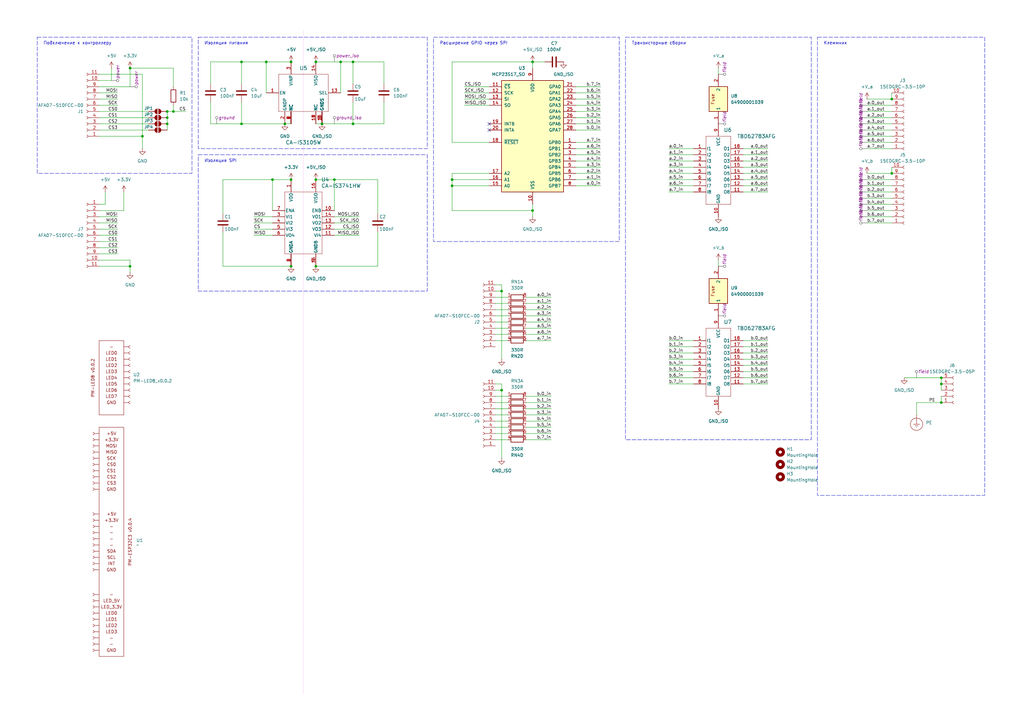
<source format=kicad_sch>
(kicad_sch (version 20231120) (generator "eeschema") (generator_version "8.0")
  (paper "A3")
  (title_block (title "${article} v${version}"))
  (junction (at 137.16 73.66))
  (junction (at 218.44 86.36))
  (junction (at 386.08 157.48))
  (junction (at 386.08 154.94))
  (junction (at 365.76 71.12))
  (junction (at 218.44 25.4))
  (junction (at 111.76 73.66))
  (junction (at 365.76 40.64))
  (junction (at 71.12 45.72))
  (junction (at 119.38 25.4))
  (junction (at 185.42 76.2))
  (junction (at 144.78 50.8))
  (junction (at 205.74 160.02))
  (junction (at 68.58 48.26))
  (junction (at 53.34 27.94))
  (junction (at 205.74 119.38))
  (junction (at 139.7 25.4))
  (junction (at 116.84 50.8))
  (junction (at 144.78 25.4))
  (junction (at 129.54 25.4))
  (junction (at 119.38 73.66))
  (junction (at 119.38 109.22))
  (junction (at 53.34 109.22))
  (junction (at 109.22 25.4))
  (junction (at 58.42 55.88))
  (junction (at 185.42 73.66))
  (junction (at 99.06 25.4))
  (junction (at 129.54 73.66))
  (junction (at 99.06 50.8))
  (junction (at 68.58 45.72))
  (junction (at 132.08 50.8))
  (junction (at 68.58 50.8))
  (junction (at 386.08 165.1))
  (junction (at 129.54 109.22))
  (no_connect (at 200.66 50.8))
  (no_connect (at 200.66 53.34))
  (wire (pts (xy 203.2 119.38) (xy 205.74 119.38)))
  (wire (pts (xy 40.64 91.44) (xy 48.26 91.44)))
  (wire (pts (xy 246.38 35.56) (xy 236.22 35.56)))
  (wire (pts (xy 246.38 38.1) (xy 236.22 38.1)))
  (wire (pts (xy 226.06 172.72) (xy 215.9 172.72)))
  (wire (pts (xy 86.36 34.29) (xy 86.36 25.4)))
  (wire (pts (xy 314.96 152.4) (xy 304.8 152.4)))
  (wire (pts (xy 355.6 86.36) (xy 365.76 86.36)))
  (wire (pts (xy 314.96 78.74) (xy 304.8 78.74)))
  (wire (pts (xy 208.28 167.64) (xy 203.2 167.64)))
  (wire (pts (xy 104.14 93.98) (xy 111.76 93.98)))
  (wire (pts (xy 40.64 38.1) (xy 48.26 38.1)))
  (wire (pts (xy 208.28 177.8) (xy 203.2 177.8)))
  (wire (pts (xy 246.38 45.72) (xy 236.22 45.72)))
  (wire (pts (xy 137.16 96.52) (xy 147.32 96.52)))
  (wire (pts (xy 208.28 180.34) (xy 203.2 180.34)))
  (wire (pts (xy 185.42 25.4) (xy 218.44 25.4)))
  (wire (pts (xy 386.08 154.94) (xy 386.08 157.48)))
  (wire (pts (xy 218.44 88.9) (xy 218.44 86.36)))
  (wire (pts (xy 246.38 66.04) (xy 236.22 66.04)))
  (wire (pts (xy 71.12 35.56) (xy 71.12 27.94)))
  (wire (pts (xy 226.06 127) (xy 215.9 127)))
  (wire (pts (xy 294.64 106.68) (xy 294.64 109.22)))
  (wire (pts (xy 40.64 106.68) (xy 53.34 106.68)))
  (wire (pts (xy 91.44 109.22) (xy 119.38 109.22)))
  (wire (pts (xy 104.14 91.44) (xy 111.76 91.44)))
  (wire (pts (xy 50.8 78.74) (xy 50.8 86.36)))
  (wire (pts (xy 111.76 73.66) (xy 111.76 86.36)))
  (wire (pts (xy 104.14 96.52) (xy 111.76 96.52)))
  (wire (pts (xy 137.16 91.44) (xy 147.32 91.44)))
  (wire (pts (xy 99.06 34.29) (xy 99.06 25.4)))
  (wire (pts (xy 246.38 71.12) (xy 236.22 71.12)))
  (wire (pts (xy 370.84 154.94) (xy 386.08 154.94)))
  (wire (pts (xy 71.12 43.18) (xy 71.12 45.72)))
  (wire (pts (xy 50.8 86.36) (xy 40.64 86.36)))
  (wire (pts (xy 119.38 73.66) (xy 111.76 73.66)))
  (wire (pts (xy 40.64 55.88) (xy 58.42 55.88)))
  (wire (pts (xy 274.32 152.4) (xy 284.48 152.4)))
  (wire (pts (xy 71.12 45.72) (xy 76.2 45.72)))
  (wire (pts (xy 104.14 88.9) (xy 111.76 88.9)))
  (wire (pts (xy 226.06 129.54) (xy 215.9 129.54)))
  (wire (pts (xy 208.28 165.1) (xy 203.2 165.1)))
  (wire (pts (xy 43.18 78.74) (xy 43.18 83.82)))
  (wire (pts (xy 355.6 78.74) (xy 365.76 78.74)))
  (wire (pts (xy 274.32 139.7) (xy 284.48 139.7)))
  (wire (pts (xy 53.34 111.76) (xy 53.34 109.22)))
  (wire (pts (xy 246.38 50.8) (xy 236.22 50.8)))
  (wire (pts (xy 185.42 73.66) (xy 185.42 76.2)))
  (wire (pts (xy 157.48 50.8) (xy 144.78 50.8)))
  (wire (pts (xy 68.58 48.26) (xy 68.58 50.8)))
  (wire (pts (xy 40.64 53.34) (xy 60.96 53.34)))
  (wire (pts (xy 226.06 180.34) (xy 215.9 180.34)))
  (wire (pts (xy 205.74 116.84) (xy 203.2 116.84)))
  (wire (pts (xy 208.28 170.18) (xy 203.2 170.18)))
  (wire (pts (xy 40.64 45.72) (xy 60.96 45.72)))
  (wire (pts (xy 274.32 78.74) (xy 284.48 78.74)))
  (wire (pts (xy 208.28 175.26) (xy 203.2 175.26)))
  (wire (pts (xy 226.06 165.1) (xy 215.9 165.1)))
  (wire (pts (xy 99.06 41.91) (xy 99.06 50.8)))
  (wire (pts (xy 218.44 25.4) (xy 223.52 25.4)))
  (wire (pts (xy 314.96 63.5) (xy 304.8 63.5)))
  (wire (pts (xy 109.22 25.4) (xy 119.38 25.4)))
  (wire (pts (xy 246.38 58.42) (xy 236.22 58.42)))
  (wire (pts (xy 314.96 157.48) (xy 304.8 157.48)))
  (wire (pts (xy 200.66 43.18) (xy 190.5 43.18)))
  (wire (pts (xy 139.7 38.1) (xy 139.7 25.4)))
  (wire (pts (xy 314.96 142.24) (xy 304.8 142.24)))
  (wire (pts (xy 86.36 50.8) (xy 99.06 50.8)))
  (wire (pts (xy 274.32 154.94) (xy 284.48 154.94)))
  (wire (pts (xy 200.66 58.42) (xy 185.42 58.42)))
  (wire (pts (xy 226.06 134.62) (xy 215.9 134.62)))
  (wire (pts (xy 246.38 53.34) (xy 236.22 53.34)))
  (wire (pts (xy 355.6 83.82) (xy 365.76 83.82)))
  (wire (pts (xy 91.44 95.25) (xy 91.44 109.22)))
  (wire (pts (xy 40.64 99.06) (xy 48.26 99.06)))
  (wire (pts (xy 365.76 68.58) (xy 365.76 71.12)))
  (wire (pts (xy 68.58 45.72) (xy 71.12 45.72)))
  (wire (pts (xy 314.96 154.94) (xy 304.8 154.94)))
  (wire (pts (xy 226.06 139.7) (xy 215.9 139.7)))
  (wire (pts (xy 116.84 50.8) (xy 119.38 50.8)))
  (wire (pts (xy 355.6 58.42) (xy 365.76 58.42)))
  (wire (pts (xy 205.74 116.84) (xy 205.74 119.38)))
  (wire (pts (xy 218.44 83.82) (xy 218.44 86.36)))
  (wire (pts (xy 144.78 25.4) (xy 139.7 25.4)))
  (wire (pts (xy 314.96 76.2) (xy 304.8 76.2)))
  (wire (pts (xy 355.6 55.88) (xy 365.76 55.88)))
  (wire (pts (xy 91.44 73.66) (xy 111.76 73.66)))
  (wire (pts (xy 246.38 40.64) (xy 236.22 40.64)))
  (wire (pts (xy 314.96 139.7) (xy 304.8 139.7)))
  (wire (pts (xy 274.32 66.04) (xy 284.48 66.04)))
  (wire (pts (xy 137.16 88.9) (xy 147.32 88.9)))
  (wire (pts (xy 246.38 43.18) (xy 236.22 43.18)))
  (wire (pts (xy 68.58 45.72) (xy 68.58 48.26)))
  (wire (pts (xy 68.58 50.8) (xy 68.58 53.34)))
  (wire (pts (xy 386.08 165.1) (xy 375.92 165.1)))
  (wire (pts (xy 185.42 73.66) (xy 200.66 73.66)))
  (wire (pts (xy 274.32 63.5) (xy 284.48 63.5)))
  (wire (pts (xy 43.18 83.82) (xy 40.64 83.82)))
  (wire (pts (xy 314.96 73.66) (xy 304.8 73.66)))
  (wire (pts (xy 154.94 109.22) (xy 129.54 109.22)))
  (wire (pts (xy 355.6 71.12) (xy 365.76 71.12)))
  (wire (pts (xy 274.32 68.58) (xy 284.48 68.58)))
  (wire (pts (xy 185.42 76.2) (xy 185.42 86.36)))
  (wire (pts (xy 53.34 27.94) (xy 53.34 35.56)))
  (wire (pts (xy 355.6 73.66) (xy 365.76 73.66)))
  (wire (pts (xy 246.38 63.5) (xy 236.22 63.5)))
  (wire (pts (xy 314.96 144.78) (xy 304.8 144.78)))
  (wire (pts (xy 355.6 45.72) (xy 365.76 45.72)))
  (wire (pts (xy 71.12 27.94) (xy 53.34 27.94)))
  (wire (pts (xy 203.2 157.48) (xy 205.74 157.48)))
  (wire (pts (xy 40.64 30.48) (xy 58.42 30.48)))
  (wire (pts (xy 40.64 50.8) (xy 60.96 50.8)))
  (wire (pts (xy 109.22 38.1) (xy 109.22 25.4)))
  (wire (pts (xy 185.42 71.12) (xy 185.42 73.66)))
  (wire (pts (xy 200.66 71.12) (xy 185.42 71.12)))
  (wire (pts (xy 226.06 162.56) (xy 215.9 162.56)))
  (wire (pts (xy 99.06 25.4) (xy 109.22 25.4)))
  (wire (pts (xy 355.6 76.2) (xy 365.76 76.2)))
  (wire (pts (xy 246.38 76.2) (xy 236.22 76.2)))
  (wire (pts (xy 314.96 149.86) (xy 304.8 149.86)))
  (wire (pts (xy 40.64 48.26) (xy 60.96 48.26)))
  (wire (pts (xy 154.94 95.25) (xy 154.94 109.22)))
  (wire (pts (xy 226.06 177.8) (xy 215.9 177.8)))
  (wire (pts (xy 200.66 35.56) (xy 190.5 35.56)))
  (wire (pts (xy 365.76 38.1) (xy 365.76 40.64)))
  (wire (pts (xy 386.08 157.48) (xy 386.08 160.02)))
  (wire (pts (xy 386.08 162.56) (xy 386.08 165.1)))
  (wire (pts (xy 208.28 137.16) (xy 203.2 137.16)))
  (wire (pts (xy 157.48 41.91) (xy 157.48 50.8)))
  (wire (pts (xy 137.16 73.66) (xy 129.54 73.66)))
  (wire (pts (xy 314.96 60.96) (xy 304.8 60.96)))
  (wire (pts (xy 226.06 124.46) (xy 215.9 124.46)))
  (wire (pts (xy 294.64 27.94) (xy 294.64 30.48)))
  (wire (pts (xy 40.64 109.22) (xy 53.34 109.22)))
  (wire (pts (xy 58.42 55.88) (xy 58.42 60.96)))
  (wire (pts (xy 226.06 175.26) (xy 215.9 175.26)))
  (wire (pts (xy 208.28 129.54) (xy 203.2 129.54)))
  (wire (pts (xy 208.28 139.7) (xy 203.2 139.7)))
  (wire (pts (xy 208.28 134.62) (xy 203.2 134.62)))
  (wire (pts (xy 40.64 88.9) (xy 48.26 88.9)))
  (wire (pts (xy 40.64 33.02) (xy 45.72 33.02)))
  (wire (pts (xy 144.78 34.29) (xy 144.78 25.4)))
  (wire (pts (xy 314.96 66.04) (xy 304.8 66.04)))
  (wire (pts (xy 137.16 86.36) (xy 137.16 73.66)))
  (wire (pts (xy 185.42 58.42) (xy 185.42 25.4)))
  (wire (pts (xy 205.74 119.38) (xy 205.74 147.32)))
  (wire (pts (xy 274.32 142.24) (xy 284.48 142.24)))
  (wire (pts (xy 208.28 127) (xy 203.2 127)))
  (wire (pts (xy 144.78 41.91) (xy 144.78 50.8)))
  (wire (pts (xy 246.38 60.96) (xy 236.22 60.96)))
  (wire (pts (xy 208.28 172.72) (xy 203.2 172.72)))
  (wire (pts (xy 274.32 60.96) (xy 284.48 60.96)))
  (wire (pts (xy 86.36 25.4) (xy 99.06 25.4)))
  (wire (pts (xy 226.06 170.18) (xy 215.9 170.18)))
  (wire (pts (xy 274.32 144.78) (xy 284.48 144.78)))
  (wire (pts (xy 314.96 71.12) (xy 304.8 71.12)))
  (wire (pts (xy 355.6 43.18) (xy 365.76 43.18)))
  (wire (pts (xy 314.96 68.58) (xy 304.8 68.58)))
  (wire (pts (xy 208.28 132.08) (xy 203.2 132.08)))
  (wire (pts (xy 246.38 48.26) (xy 236.22 48.26)))
  (wire (pts (xy 144.78 50.8) (xy 132.08 50.8)))
  (wire (pts (xy 203.2 160.02) (xy 205.74 160.02)))
  (wire (pts (xy 274.32 73.66) (xy 284.48 73.66)))
  (wire (pts (xy 99.06 50.8) (xy 116.84 50.8)))
  (polyline (pts (xy 124.46 12.7) (xy 124.46 284.48)) (stroke (width 0) (type dot) (color 194 0 194 0.69)))
  (wire (pts (xy 274.32 149.86) (xy 284.48 149.86)))
  (wire (pts (xy 274.32 76.2) (xy 284.48 76.2)))
  (wire (pts (xy 355.6 91.44) (xy 365.76 91.44)))
  (wire (pts (xy 154.94 87.63) (xy 154.94 73.66)))
  (wire (pts (xy 274.32 147.32) (xy 284.48 147.32)))
  (wire (pts (xy 226.06 167.64) (xy 215.9 167.64)))
  (wire (pts (xy 274.32 157.48) (xy 284.48 157.48)))
  (wire (pts (xy 185.42 76.2) (xy 200.66 76.2)))
  (wire (pts (xy 226.06 132.08) (xy 215.9 132.08)))
  (wire (pts (xy 355.6 53.34) (xy 365.76 53.34)))
  (wire (pts (xy 45.72 27.94) (xy 45.72 33.02)))
  (wire (pts (xy 355.6 88.9) (xy 365.76 88.9)))
  (wire (pts (xy 91.44 87.63) (xy 91.44 73.66)))
  (wire (pts (xy 355.6 50.8) (xy 365.76 50.8)))
  (wire (pts (xy 40.64 40.64) (xy 48.26 40.64)))
  (wire (pts (xy 226.06 121.92) (xy 215.9 121.92)))
  (wire (pts (xy 200.66 38.1) (xy 190.5 38.1)))
  (wire (pts (xy 205.74 157.48) (xy 205.74 160.02)))
  (wire (pts (xy 274.32 71.12) (xy 284.48 71.12)))
  (wire (pts (xy 208.28 121.92) (xy 203.2 121.92)))
  (wire (pts (xy 40.64 96.52) (xy 48.26 96.52)))
  (wire (pts (xy 139.7 25.4) (xy 129.54 25.4)))
  (wire (pts (xy 218.44 25.4) (xy 218.44 27.94)))
  (wire (pts (xy 154.94 73.66) (xy 137.16 73.66)))
  (wire (pts (xy 218.44 86.36) (xy 185.42 86.36)))
  (wire (pts (xy 86.36 41.91) (xy 86.36 50.8)))
  (wire (pts (xy 355.6 81.28) (xy 365.76 81.28)))
  (wire (pts (xy 40.64 104.14) (xy 48.26 104.14)))
  (wire (pts (xy 205.74 160.02) (xy 205.74 187.96)))
  (wire (pts (xy 226.06 137.16) (xy 215.9 137.16)))
  (wire (pts (xy 314.96 147.32) (xy 304.8 147.32)))
  (wire (pts (xy 40.64 93.98) (xy 48.26 93.98)))
  (wire (pts (xy 355.6 60.96) (xy 365.76 60.96)))
  (wire (pts (xy 40.64 101.6) (xy 48.26 101.6)))
  (wire (pts (xy 208.28 162.56) (xy 203.2 162.56)))
  (wire (pts (xy 203.2 124.46) (xy 208.28 124.46)))
  (wire (pts (xy 246.38 73.66) (xy 236.22 73.66)))
  (wire (pts (xy 129.54 50.8) (xy 132.08 50.8)))
  (wire (pts (xy 355.6 40.64) (xy 365.76 40.64)))
  (wire (pts (xy 137.16 93.98) (xy 147.32 93.98)))
  (wire (pts (xy 157.48 34.29) (xy 157.48 25.4)))
  (wire (pts (xy 246.38 68.58) (xy 236.22 68.58)))
  (wire (pts (xy 355.6 48.26) (xy 365.76 48.26)))
  (wire (pts (xy 40.64 35.56) (xy 53.34 35.56)))
  (wire (pts (xy 53.34 109.22) (xy 53.34 106.68)))
  (wire (pts (xy 157.48 25.4) (xy 144.78 25.4)))
  (wire (pts (xy 200.66 40.64) (xy 190.5 40.64)))
  (wire (pts (xy 40.64 43.18) (xy 48.26 43.18)))
  (wire (pts (xy 58.42 30.48) (xy 58.42 55.88)))
  (wire (pts (xy 375.92 165.1) (xy 375.92 170.18)))
  (rectangle (start 335.28 15.24) (end 403.86 203.2) (stroke (width 0) (type dash)))
  (rectangle (start 256.54 15.24) (end 332.74 180.34) (stroke (width 0) (type dash)))
  (rectangle (start 81.28 15.24) (end 175.26 60.96) (stroke (width 0) (type dash)))
  (rectangle (start 177.8 15.24) (end 254 99.06) (stroke (width 0) (type dash)))
  (rectangle (start 15.24 15.24) (end 78.74 71.12) (stroke (width 0) (type dash)))
  (rectangle (start 81.28 63.5) (end 175.26 119.38) (stroke (width 0) (type dash)))
  (text "Изоляция SPI" (at 83.82 66.04 0) (effects (font (size 1.27 1.27)) (justify left)))
  (text "Расширение GPIO через SPI" (at 180.34 17.78 0) (effects (font (size 1.27 1.27)) (justify left)))
  (text "Подключение к контроллеру" (at 17.78 17.78 0) (effects (font (size 1.27 1.27)) (justify left)))
  (text "Транзисторные сборки" (at 259.08 17.78 0) (effects (font (size 1.27 1.27)) (justify left)))
  (text "Клеммник" (at 337.82 17.78 0) (effects (font (size 1.27 1.27)) (justify left)))
  (text "Изоляция питания" (at 83.82 17.78 0) (effects (font (size 1.27 1.27)) (justify left)))
  (label "b.6_out" (at 355.6 88.9 0))
  (label "a.0_out" (at 314.96 60.96 180))
  (label "CS3" (at 48.26 104.14 180))
  (label "b.6_out" (at 314.96 154.94 180))
  (label "SCK" (at 48.26 93.98 180))
  (label "b.4_out" (at 355.6 83.82 0))
  (label "a.5_out" (at 314.96 73.66 180))
  (label "MOSI_ISO" (at 147.32 88.9 180))
  (label "a.7_out" (at 314.96 78.74 180))
  (label "CS1" (at 48.26 99.06 180))
  (label "b.0_in" (at 274.32 139.7 0))
  (label "MISO_ISO" (at 147.32 96.52 180))
  (label "a.1_in" (at 226.06 124.46 180))
  (label "b.4_in" (at 274.32 149.86 0))
  (label "b.1_in" (at 274.32 142.24 0))
  (label "a.4_in" (at 246.38 66.04 180))
  (label "MOSI" (at 48.26 38.1 180))
  (label "CS" (at 76.2 45.72 180))
  (label "b.6_in" (at 246.38 38.1 180))
  (label "a.4_in" (at 274.32 71.12 0))
  (label "b.3_out" (at 314.96 147.32 180))
  (label "a.7_in" (at 274.32 78.74 0))
  (label "a.2_out" (at 355.6 48.26 0))
  (label "a.6_out" (at 355.6 58.42 0))
  (label "a.7_in" (at 246.38 58.42 180))
  (label "a.4_out" (at 314.96 71.12 180))
  (label "b.6_in" (at 226.06 177.8 180))
  (label "b.3_in" (at 226.06 170.18 180))
  (label "b.7_out" (at 314.96 157.48 180))
  (label "a.3_in" (at 274.32 68.58 0))
  (label "MOSI" (at 104.14 88.9 0))
  (label "b.0_out" (at 355.6 73.66 0))
  (label "a.5_out" (at 355.6 55.88 0))
  (label "b.4_in" (at 246.38 43.18 180))
  (label "a.0_in" (at 246.38 76.2 180))
  (label "b.4_out" (at 314.96 149.86 180))
  (label "PE" (at 381 165.1 0))
  (label "CS3" (at 48.26 53.34 180))
  (label "b.4_in" (at 226.06 172.72 180))
  (label "b.3_in" (at 246.38 45.72 180))
  (label "a.2_in" (at 246.38 71.12 180))
  (label "b.2_out" (at 355.6 78.74 0))
  (label "SCK_ISO" (at 147.32 91.44 180))
  (label "MISO" (at 48.26 40.64 180))
  (label "CS2" (at 48.26 50.8 180))
  (label "b.0_in" (at 246.38 53.34 180))
  (label "a.0_out" (at 355.6 43.18 0))
  (label "b.1_in" (at 246.38 50.8 180))
  (label "a.6_in" (at 274.32 76.2 0))
  (label "a.2_in" (at 226.06 127 180))
  (label "a.3_in" (at 226.06 129.54 180))
  (label "a.1_in" (at 274.32 63.5 0))
  (label "a.6_in" (at 226.06 137.16 180))
  (label "a.2_out" (at 314.96 66.04 180))
  (label "CS" (at 104.14 93.98 0))
  (label "CS2" (at 48.26 101.6 180))
  (label "a.5_in" (at 274.32 73.66 0))
  (label "MOSI" (at 48.26 88.9 180))
  (label "b.0_in" (at 226.06 162.56 180))
  (label "a.3_out" (at 314.96 68.58 180))
  (label "a.5_in" (at 226.06 134.62 180))
  (label "CS0" (at 48.26 45.72 180))
  (label "a.0_in" (at 274.32 60.96 0))
  (label "MOSI_ISO" (at 190.5 40.64 0))
  (label "b.5_out" (at 314.96 152.4 180))
  (label "b.7_in" (at 274.32 157.48 0))
  (label "b.1_out" (at 355.6 76.2 0))
  (label "b.5_in" (at 274.32 152.4 0))
  (label "b.5_in" (at 226.06 175.26 180))
  (label "b.1_in" (at 226.06 165.1 180))
  (label "a.1_out" (at 314.96 63.5 180))
  (label "a.1_in" (at 246.38 73.66 180))
  (label "b.7_out" (at 355.6 91.44 0))
  (label "CS0" (at 48.26 96.52 180))
  (label "a.7_out" (at 355.6 60.96 0))
  (label "a.6_out" (at 314.96 76.2 180))
  (label "MISO" (at 104.14 96.52 0))
  (label "a.3_in" (at 246.38 68.58 180))
  (label "a.1_out" (at 355.6 45.72 0))
  (label "b.1_out" (at 314.96 142.24 180))
  (label "CS1" (at 48.26 48.26 180))
  (label "b.3_in" (at 274.32 147.32 0))
  (label "b.5_in" (at 246.38 40.64 180))
  (label "b.7_in" (at 246.38 35.56 180))
  (label "CS_ISO" (at 190.5 35.56 0))
  (label "b.6_in" (at 274.32 154.94 0))
  (label "b.2_in" (at 226.06 167.64 180))
  (label "b.2_out" (at 314.96 144.78 180))
  (label "SCK" (at 104.14 91.44 0))
  (label "CS_ISO" (at 147.32 93.98 180))
  (label "a.2_in" (at 274.32 66.04 0))
  (label "a.7_in" (at 226.06 139.7 180))
  (label "a.0_in" (at 226.06 121.92 180))
  (label "a.3_out" (at 355.6 50.8 0))
  (label "b.0_out" (at 314.96 139.7 180))
  (label "a.4_in" (at 226.06 132.08 180))
  (label "SCK_ISO" (at 190.5 38.1 0))
  (label "SCK" (at 48.26 43.18 180))
  (label "b.5_out" (at 355.6 86.36 0))
  (label "a.5_in" (at 246.38 63.5 180))
  (label "b.2_in" (at 274.32 144.78 0))
  (label "b.2_in" (at 246.38 48.26 180))
  (label "a.6_in" (at 246.38 60.96 180))
  (label "b.7_in" (at 226.06 180.34 180))
  (label "MISO" (at 48.26 91.44 180))
  (label "a.4_out" (at 355.6 53.34 0))
  (label "MISO_ISO" (at 190.5 43.18 0))
  (label "b.3_out" (at 355.6 81.28 0))
  (netclass_flag "" (length 2.54) (shape round) (at 294.64 30.48 270) (property "Netclass" "field" (at 297.18 29.7815 90) (effects (font (italic yes)) (justify left))))
  (netclass_flag "" (length 2.54) (shape round) (at 137.16 25.4 0) (property "Netclass" "power_iso" (at 137.8585 22.86 0) (effects (font (italic yes)) (justify left))))
  (netclass_flag "" (length 2.54) (shape round) (at 355.6 45.72 90) (property "Netclass" "field" (at 353.06 45.0215 90) (effects (font (italic yes)) (justify left))))
  (netclass_flag "" (length 2.54) (shape round) (at 294.64 50.8 270) (property "Netclass" "field" (at 297.18 50.1015 90) (effects (font (italic yes)) (justify left))))
  (netclass_flag "" (length 2.54) (shape round) (at 355.6 43.18 90) (property "Netclass" "field" (at 353.06 42.4815 90) (effects (font (italic yes)) (justify left))))
  (netclass_flag "" (length 2.54) (shape round) (at 355.6 91.44 90) (property "Netclass" "field" (at 353.06 90.7415 90) (effects (font (italic yes)) (justify left))))
  (netclass_flag "" (length 2.54) (shape round) (at 137.16 50.8 0) (property "Netclass" "ground_iso" (at 137.8585 48.26 0) (effects (font (italic yes)) (justify left))))
  (netclass_flag "" (length 2.54) (shape round) (at 355.6 73.66 90) (property "Netclass" "field" (at 353.06 72.9615 90) (effects (font (italic yes)) (justify left))))
  (netclass_flag "" (length 2.54) (shape round) (at 355.6 60.96 90) (property "Netclass" "field" (at 353.06 60.2615 90) (effects (font (italic yes)) (justify left))))
  (netclass_flag "" (length 2.54) (shape round) (at 355.6 83.82 90) (property "Netclass" "field" (at 353.06 83.1215 90) (effects (font (italic yes)) (justify left))))
  (netclass_flag "" (length 2.54) (shape round) (at 53.34 35.56 270) (property "Netclass" "power" (at 55.88 34.8615 90) (effects (font (italic yes)) (justify left))))
  (netclass_flag "" (length 2.54) (shape round) (at 355.6 48.26 90) (property "Netclass" "field" (at 353.06 47.5615 90) (effects (font (italic yes)) (justify left))))
  (netclass_flag "" (length 2.54) (shape round) (at 355.6 81.28 90) (property "Netclass" "field" (at 353.06 80.5815 90) (effects (font (italic yes)) (justify left))))
  (netclass_flag "" (length 2.54) (shape round) (at 88.9 50.8 0) (property "Netclass" "ground" (at 89.5985 48.26 0) (effects (font (italic yes)) (justify left))))
  (netclass_flag "" (length 2.54) (shape round) (at 294.64 109.22 270) (property "Netclass" "field" (at 297.18 108.5215 90) (effects (font (italic yes)) (justify left))))
  (netclass_flag "" (length 2.54) (shape round) (at 45.72 33.02 270) (property "Netclass" "power" (at 48.26 32.3215 90) (effects (font (italic yes)) (justify left))))
  (netclass_flag "" (length 2.54) (shape round) (at 375.92 154.94 0) (property "Netclass" "field" (at 376.6185 152.4 0) (effects (font (italic yes)) (justify left))))
  (netclass_flag "" (length 2.54) (shape round) (at 355.6 88.9 90) (property "Netclass" "field" (at 353.06 88.2015 90) (effects (font (italic yes)) (justify left))))
  (netclass_flag "" (length 2.54) (shape round) (at 355.6 86.36 90) (property "Netclass" "field" (at 353.06 85.6615 90) (effects (font (italic yes)) (justify left))))
  (netclass_flag "" (length 2.54) (shape round) (at 355.6 76.2 90) (property "Netclass" "field" (at 353.06 75.5015 90) (effects (font (italic yes)) (justify left))))
  (netclass_flag "" (length 2.54) (shape round) (at 355.6 78.74 90) (property "Netclass" "field" (at 353.06 78.0415 90) (effects (font (italic yes)) (justify left))))
  (netclass_flag "" (length 2.54) (shape round) (at 294.64 129.54 270) (property "Netclass" "field" (at 297.18 128.8415 90) (effects (font (italic yes)) (justify left))))
  (netclass_flag "" (length 2.54) (shape round) (at 355.6 53.34 90) (property "Netclass" "field" (at 353.06 52.6415 90) (effects (font (italic yes)) (justify left))))
  (netclass_flag "" (length 2.54) (shape round) (at 355.6 58.42 90) (property "Netclass" "field" (at 353.06 57.7215 90) (effects (font (italic yes)) (justify left))))
  (netclass_flag "" (length 2.54) (shape round) (at 355.6 50.8 90) (property "Netclass" "field" (at 353.06 50.1015 90) (effects (font (italic yes)) (justify left))))
  (netclass_flag "" (length 2.54) (shape round) (at 355.6 55.88 90) (property "Netclass" "field" (at 353.06 55.1815 90) (effects (font (italic yes)) (justify left))))
  (symbol (lib_id "power:GND") (at 205.74 187.96 0) (mirror y) (unit 1)
    (property "Reference" "#PWR020" (effects (hide yes)))
    (property "Value" "GND_ISO" (at 205.74 193.04 0))
    (property "Description" "Power symbol creates a global label with name \"GND\" , ground" (effects (hide yes)))
  )
  (symbol (lib_id "power:+3.3V") (at 119.38 73.66 0) (unit 1)
    (property "Reference" "#PWR09" (effects (hide yes)))
    (property "Value" "+3.3V" (at 119.38 68.58 0))
    (property "Description" "Power symbol creates a global label with name \"+3.3V\"" (effects (hide yes)))
  )
  (symbol (lib_id "Jumper:SolderJumper_2_Open") (at 64.77 45.72 0) (unit 1) (exclude_from_sim yes) (in_bom no)
    (property "Reference" "JP1" (at 60.96 44.45 0))
    (property "Value" "SolderJumper_2_Open" (effects (hide yes)))
    (property "Footprint" "Jumper:SolderJumper-2_P1.3mm_Open_RoundedPad1.0x1.5mm" (effects (hide yes)))
    (property "Description" "Solder Jumper, 2-pole, open" (effects (hide yes)))
  )
  (symbol (lib_id "kicad_inventree_lib:C_100nF_16V_0603_MLCC-X7R") (at 91.44 91.44 0) (unit 1)
    (property "Reference" "C1" (at 92.075 88.9 0) (effects (justify left)))
    (property "Value" "100nF" (at 92.075 93.98 0) (effects (justify left)))
    (property "Footprint" "Capacitor_SMD:C_0603_1608Metric" (effects (hide yes)))
    (property "Datasheet" "http://inventree.network/part/221" (effects (hide yes)))
    (property "Description" "Unpolarized capacitor" (effects (hide yes)))
    (property "part_ipn" "C_100nF_16V_0603_MLCC-X7R" (effects (hide yes)))
  )
  (symbol (lib_id "kicad_inventree_lib:R_330R_0603x4_1%") (at 212.09 132.08 270) (unit 1)
    (property "Reference" "RN2" (effects (hide yes)))
    (property "Value" "330R" (effects (hide yes)))
    (property "Footprint" "Resistor_SMD:R_Array_Convex_4x0603" (effects (hide yes)))
    (property "Datasheet" "http://inventree.network/part/239/" (effects (hide yes)))
    (property "Description" "4 resistor network, parallel topology, split" (effects (hide yes)))
    (property "part_ipn" "R_330R_0603x4_1%" (effects (hide yes)))
  )
  (symbol (lib_id "power:GND") (at 370.84 154.94 0) (mirror y) (unit 1)
    (property "Reference" "#PWR022" (effects (hide yes)))
    (property "Value" "GND_ISO" (at 370.84 160.02 0))
    (property "Description" "Power symbol creates a global label with name \"GND\" , ground" (effects (hide yes)))
  )
  (symbol (lib_id "Jumper:SolderJumper_2_Open") (at 64.77 48.26 0) (unit 1) (exclude_from_sim yes) (in_bom no)
    (property "Reference" "JP2" (at 60.96 46.99 0))
    (property "Value" "SolderJumper_2_Open" (effects (hide yes)))
    (property "Footprint" "Jumper:SolderJumper-2_P1.3mm_Open_RoundedPad1.0x1.5mm" (effects (hide yes)))
    (property "Description" "Solder Jumper, 2-pole, open" (effects (hide yes)))
  )
  (symbol (lib_id "kicad_inventree_lib:R_330R_0603x4_1%") (at 212.09 172.72 270) (unit 1)
    (property "Reference" "RN4" (effects (hide yes)))
    (property "Value" "330R" (effects (hide yes)))
    (property "Footprint" "Resistor_SMD:R_Array_Convex_4x0603" (effects (hide yes)))
    (property "Datasheet" "http://inventree.network/part/239/" (effects (hide yes)))
    (property "Description" "4 resistor network, parallel topology, split" (effects (hide yes)))
    (property "part_ipn" "R_330R_0603x4_1%" (effects (hide yes)))
  )
  (symbol (lib_id "kicad_inventree_lib:C_10uF_16V_0603_MLCC-X5R") (at 144.78 38.1 0) (unit 1)
    (property "Reference" "C5" (at 145.415 35.56 0) (effects (justify left)))
    (property "Value" "10uF" (at 145.415 40.64 0) (effects (justify left)))
    (property "Footprint" "Capacitor_SMD:C_0603_1608Metric" (effects (hide yes)))
    (property "Datasheet" "http://inventree.network/part/228/" (effects (hide yes)))
    (property "Description" "Unpolarized capacitor" (effects (hide yes)))
    (property "part_ipn" "C_10uF_16V_0603_MLCC-X5R" (effects (hide yes)))
    (property "optional" "1" (effects (hide yes)))
  )
  (symbol (lib_id "Mechanical:MountingHole") (at 320.04 185.42 0) (unit 1) (exclude_from_sim yes) (in_bom no)
    (property "Reference" "H1" (at 322.58 184.1499 0) (effects (justify left)))
    (property "Value" "MountingHole" (at 322.58 186.6899 0) (effects (justify left)))
    (property "Footprint" "MountingHole:MountingHole_3.2mm_M3" (effects (hide yes)))
    (property "Description" "Mounting Hole without connection" (effects (hide yes)))
  )
  (symbol (lib_id "kicad_inventree_lib:R_330R_0603x4_1%") (at 212.09 175.26 270) (unit 2)
    (property "Reference" "RN4" (effects (hide yes)))
    (property "Value" "330R" (effects (hide yes)))
    (property "Footprint" "Resistor_SMD:R_Array_Convex_4x0603" (effects (hide yes)))
    (property "Datasheet" "http://inventree.network/part/239/" (effects (hide yes)))
    (property "Description" "4 resistor network, parallel topology, split" (effects (hide yes)))
    (property "part_ipn" "R_330R_0603x4_1%" (effects (hide yes)))
  )
  (symbol (lib_id "Mechanical:MountingHole") (at 320.04 195.58 0) (unit 1) (exclude_from_sim yes) (in_bom no)
    (property "Reference" "H3" (at 322.58 194.3099 0) (effects (justify left)))
    (property "Value" "MountingHole" (at 322.58 196.8499 0) (effects (justify left)))
    (property "Footprint" "MountingHole:MountingHole_3.2mm_M3" (effects (hide yes)))
    (property "Description" "Mounting Hole without connection" (effects (hide yes)))
  )
  (symbol (lib_id "power:+3.3V") (at 53.34 27.94 0) (unit 1)
    (property "Reference" "#PWR02" (effects (hide yes)))
    (property "Value" "+3.3V" (at 53.34 22.86 0))
    (property "Description" "Power symbol creates a global label with name \"+3.3V\"" (effects (hide yes)))
  )
  (symbol (lib_id "kicad_inventree_lib:R_330R_0603x4_1%") (at 212.09 121.92 270) (unit 1)
    (property "Reference" "RN1" (at 212.09 115.57 90))
    (property "Value" "330R" (at 212.09 118.11 90))
    (property "Footprint" "Resistor_SMD:R_Array_Convex_4x0603" (effects (hide yes)))
    (property "Datasheet" "http://inventree.network/part/239/" (effects (hide yes)))
    (property "Description" "4 resistor network, parallel topology, split" (effects (hide yes)))
    (property "part_ipn" "R_330R_0603x4_1%" (effects (hide yes)))
  )
  (symbol (lib_id "power:+5V") (at 43.18 78.74 0) (unit 1)
    (property "Reference" "#PWR025" (effects (hide yes)))
    (property "Value" "+5V" (at 43.18 73.66 0))
    (property "Description" "Power symbol creates a global label with name \"+5V\"" (effects (hide yes)))
  )
  (symbol (lib_id "kicad_inventree_lib:PM-ESP32C3_v0.0.4") (at 45.72 172.72 0) (unit 1) (in_bom no)
    (property "Reference" "U1" (at 55.88 221.6149 0) (effects (justify left)))
    (property "Value" "~" (at 55.88 223.52 0) (effects (justify left)))
    (property "Footprint" "kicad_inventree_lib:PM-ESP32C3_v0.0.4" (effects (hide yes)))
    (property "part_ipn" "PM-ESP32C3_v0.0.4" (effects (hide yes)))
  )
  (symbol (lib_id "kicad_inventree_lib:CA-IS3741HW") (at 124.46 78.74 0) (unit 1)
    (property "Reference" "U4" (at 131.7341 73.66 0) (effects (font (size 1.524 1.524)) (justify left)))
    (property "Value" "CA-IS3741HW" (at 131.7341 76.2 0) (effects (font (size 1.524 1.524)) (justify left)))
    (property "Footprint" "kicad_inventree_lib:SOIC16-WBW_CLG-M" (effects (hide yes)))
    (property "Datasheet" "http://inventree.network/part/203/" (effects (hide yes)))
    (property "part_ipn" "CA-IS3741HW" (effects (hide yes)))
  )
  (symbol (lib_id "Jumper:SolderJumper_2_Open") (at 64.77 50.8 0) (unit 1) (exclude_from_sim yes) (in_bom no)
    (property "Reference" "JP3" (at 60.96 49.53 0))
    (property "Value" "SolderJumper_2_Open" (effects (hide yes)))
    (property "Footprint" "Jumper:SolderJumper-2_P1.3mm_Open_RoundedPad1.0x1.5mm" (effects (hide yes)))
    (property "Description" "Solder Jumper, 2-pole, open" (effects (hide yes)))
  )
  (symbol (lib_id "power:+5V") (at 45.72 27.94 0) (unit 1)
    (property "Reference" "#PWR01" (effects (hide yes)))
    (property "Value" "+5V" (at 45.72 22.86 0))
    (property "Description" "Power symbol creates a global label with name \"+5V\"" (effects (hide yes)))
  )
  (symbol (lib_id "power:GND") (at 218.44 88.9 0) (mirror y) (unit 1)
    (property "Reference" "#PWR05" (effects (hide yes)))
    (property "Value" "GND_ISO" (at 218.44 93.98 0))
    (property "Description" "Power symbol creates a global label with name \"GND\" , ground" (effects (hide yes)))
  )
  (symbol (lib_id "kicad_inventree_lib:AFA07-S10FCC-00") (at 198.12 172.72 180) (unit 1)
    (property "Reference" "J4" (at 196.85 172.7201 0) (effects (justify left)))
    (property "Value" "AFA07-S10FCC-00" (at 196.85 170.1801 0) (effects (justify left)))
    (property "Footprint" "kicad_inventree_lib:CONN10_AFA07-S10_JUS" (effects (hide yes)))
    (property "Datasheet" "http://inventree.network/part/170/" (effects (hide yes)))
    (property "Description" "Generic connector, single row, 01x10, script generated" (effects (hide yes)))
    (property "part_ipn" "AFA07-S10FCC-00" (effects (hide yes)))
  )
  (symbol (lib_id "power:GND") (at 294.64 88.9 0) (mirror y) (unit 1)
    (property "Reference" "#PWR06" (effects (hide yes)))
    (property "Value" "GND_ISO" (at 294.64 93.98 0))
    (property "Description" "Power symbol creates a global label with name \"GND\" , ground" (effects (hide yes)))
  )
  (symbol (lib_id "kicad_inventree_lib:AFA07-S10FCC-00") (at 35.56 93.98 0) (mirror y) (unit 1)
    (property "Reference" "J7" (at 34.29 93.9799 0) (effects (justify left)))
    (property "Value" "AFA07-S10FCC-00" (at 34.29 96.5199 0) (effects (justify left)))
    (property "Footprint" "kicad_inventree_lib:CONN10_AFA07-S10_JUS" (effects (hide yes)))
    (property "Datasheet" "http://inventree.network/part/170/" (effects (hide yes)))
    (property "Description" "Generic connector, single row, 01x10, script generated" (effects (hide yes)))
    (property "part_ipn" "AFA07-S10FCC-00" (effects (hide yes)))
  )
  (symbol (lib_id "kicad_inventree_lib:CA-IS3105W") (at 124.46 30.48 0) (unit 1)
    (property "Reference" "U5" (at 124.46 27.94 0) (effects (font (size 1.524 1.524))))
    (property "Value" "CA-IS3105W" (at 124.46 58.42 0) (effects (font (size 1.524 1.524))))
    (property "Footprint" "kicad_inventree_lib:SOIC16-WBW_CLG-M" (effects (hide yes)))
    (property "Datasheet" "http://inventree.network/part/205/" (effects (hide yes)))
    (property "part_ipn" "CA-IS3105W" (effects (hide yes)))
  )
  (symbol (lib_id "kicad_inventree_lib:R_330R_0603x4_1%") (at 212.09 167.64 270) (unit 3)
    (property "Reference" "RN3" (effects (hide yes)))
    (property "Value" "330R" (effects (hide yes)))
    (property "Footprint" "Resistor_SMD:R_Array_Convex_4x0603" (effects (hide yes)))
    (property "Datasheet" "http://inventree.network/part/239/" (effects (hide yes)))
    (property "Description" "4 resistor network, parallel topology, split" (effects (hide yes)))
    (property "part_ipn" "R_330R_0603x4_1%" (effects (hide yes)))
  )
  (symbol (lib_id "power:GND") (at 116.84 50.8 0) (unit 1)
    (property "Reference" "#PWR011" (effects (hide yes)))
    (property "Value" "GND" (at 116.84 55.88 0))
    (property "Description" "Power symbol creates a global label with name \"GND\" , ground" (effects (hide yes)))
  )
  (symbol (lib_id "power:+5V") (at 129.54 73.66 0) (unit 1)
    (property "Reference" "#PWR010" (effects (hide yes)))
    (property "Value" "+5V_ISO" (at 129.54 68.58 0))
    (property "Description" "Power symbol creates a global label with name \"+5V\"" (effects (hide yes)))
  )
  (symbol (lib_id "kicad_inventree_lib:R_330R_0603x4_1%") (at 212.09 137.16 270) (unit 3)
    (property "Reference" "RN2" (effects (hide yes)))
    (property "Value" "330R" (effects (hide yes)))
    (property "Footprint" "Resistor_SMD:R_Array_Convex_4x0603" (effects (hide yes)))
    (property "Datasheet" "http://inventree.network/part/239/" (effects (hide yes)))
    (property "Description" "4 resistor network, parallel topology, split" (effects (hide yes)))
    (property "part_ipn" "R_330R_0603x4_1%" (effects (hide yes)))
  )
  (symbol (lib_id "power:+5V") (at 218.44 25.4 0) (mirror y) (unit 1)
    (property "Reference" "#PWR04" (effects (hide yes)))
    (property "Value" "+5V_ISO" (at 218.44 20.32 0))
    (property "Description" "Power symbol creates a global label with name \"+5V\"" (effects (hide yes)))
  )
  (symbol (lib_id "kicad_inventree_lib:C_100nF_16V_0603_MLCC-X7R") (at 227.33 25.4 90) (unit 1)
    (property "Reference" "C7" (at 227.33 17.78 90))
    (property "Value" "100nF" (at 227.33 20.32 90))
    (property "Footprint" "Capacitor_SMD:C_0603_1608Metric" (effects (hide yes)))
    (property "Datasheet" "http://inventree.network/part/221" (effects (hide yes)))
    (property "Description" "Unpolarized capacitor" (effects (hide yes)))
    (property "part_ipn" "C_100nF_16V_0603_MLCC-X7R" (effects (hide yes)))
  )
  (symbol (lib_id "kicad_inventree_lib:R_330R_0603x4_1%") (at 212.09 165.1 270) (unit 2)
    (property "Reference" "RN3" (effects (hide yes)))
    (property "Value" "330R" (effects (hide yes)))
    (property "Footprint" "Resistor_SMD:R_Array_Convex_4x0603" (effects (hide yes)))
    (property "Datasheet" "http://inventree.network/part/239/" (effects (hide yes)))
    (property "Description" "4 resistor network, parallel topology, split" (effects (hide yes)))
    (property "part_ipn" "R_330R_0603x4_1%" (effects (hide yes)))
  )
  (symbol (lib_id "kicad_inventree_lib:15EDGRC-3.5-05P") (at 391.16 154.94 0) (mirror x) (unit 1)
    (property "Reference" "J6" (at 390.525 149.86 0))
    (property "Value" "15EDGRC-3.5-05P" (at 390.525 152.4 0))
    (property "Footprint" "kicad_inventree_lib:15EDGRC-3.5-05P" (effects (hide yes)))
    (property "Datasheet" "http://inventree.network/part/238/" (effects (hide yes)))
    (property "Description" "Generic connector, single row, 01x09, script generated" (effects (hide yes)))
    (property "part_ipn" "15EDGRC-3.5-05P" (effects (hide yes)))
  )
  (symbol (lib_id "kicad_inventree_lib:PM-LED8_v0.0.2") (at 45.72 137.16 0) (unit 1)
    (property "Reference" "U2" (at 54.61 153.6699 0) (effects (justify left)))
    (property "Value" "PM-LED8_v0.0.2" (at 54.61 156.2099 0) (effects (justify left)))
    (property "Footprint" "kicad_inventree_lib:PM-LED_v0.0.2" (effects (hide yes)))
    (property "part_ipn" "PM-LED8_v0.0.1" (effects (hide yes)))
  )
  (symbol (lib_id "power:GND") (at 294.64 167.64 0) (mirror y) (unit 1)
    (property "Reference" "#PWR017" (effects (hide yes)))
    (property "Value" "GND_ISO" (at 294.64 172.72 0))
    (property "Description" "Power symbol creates a global label with name \"GND\" , ground" (effects (hide yes)))
  )
  (symbol (lib_id "power:GND") (at 53.34 111.76 0) (unit 1)
    (property "Reference" "#PWR024" (effects (hide yes)))
    (property "Value" "GND" (at 53.34 116.84 0))
    (property "Description" "Power symbol creates a global label with name \"GND\" , ground" (effects (hide yes)))
  )
  (symbol (lib_id "kicad_inventree_lib:AFA07-S10FCC-00") (at 198.12 132.08 180) (unit 1)
    (property "Reference" "J2" (at 196.85 132.0801 0) (effects (justify left)))
    (property "Value" "AFA07-S10FCC-00" (at 196.85 129.5401 0) (effects (justify left)))
    (property "Footprint" "kicad_inventree_lib:CONN10_AFA07-S10_JUS" (effects (hide yes)))
    (property "Datasheet" "http://inventree.network/part/170/" (effects (hide yes)))
    (property "Description" "Generic connector, single row, 01x10, script generated" (effects (hide yes)))
    (property "part_ipn" "AFA07-S10FCC-00" (effects (hide yes)))
  )
  (symbol (lib_id "kicad_inventree_lib:R_330R_0603x4_1%") (at 212.09 134.62 270) (unit 2)
    (property "Reference" "RN2" (effects (hide yes)))
    (property "Value" "330R" (effects (hide yes)))
    (property "Footprint" "Resistor_SMD:R_Array_Convex_4x0603" (effects (hide yes)))
    (property "Datasheet" "http://inventree.network/part/239/" (effects (hide yes)))
    (property "Description" "4 resistor network, parallel topology, split" (effects (hide yes)))
    (property "part_ipn" "R_330R_0603x4_1%" (effects (hide yes)))
  )
  (symbol (lib_id "kicad_inventree_lib:R_330R_0603x4_1%") (at 212.09 127 270) (unit 3)
    (property "Reference" "RN1" (effects (hide yes)))
    (property "Value" "330R" (effects (hide yes)))
    (property "Footprint" "Resistor_SMD:R_Array_Convex_4x0603" (effects (hide yes)))
    (property "Datasheet" "http://inventree.network/part/239/" (effects (hide yes)))
    (property "Description" "4 resistor network, parallel topology, split" (effects (hide yes)))
    (property "part_ipn" "R_330R_0603x4_1%" (effects (hide yes)))
  )
  (symbol (lib_id "kicad_inventree_lib:AFA07-S10FCC-00") (at 35.56 45.72 180) (unit 1)
    (property "Reference" "J1" (at 34.29 45.7201 0) (effects (justify left)))
    (property "Value" "AFA07-S10FCC-00" (at 34.29 43.1801 0) (effects (justify left)))
    (property "Footprint" "kicad_inventree_lib:CONN10_AFA07-S10_JUS" (effects (hide yes)))
    (property "Datasheet" "http://inventree.network/part/170/" (effects (hide yes)))
    (property "Description" "Generic connector, single row, 01x10, script generated" (effects (hide yes)))
    (property "part_ipn" "AFA07-S10FCC-00" (effects (hide yes)))
  )
  (symbol (lib_id "kicad_inventree_lib:C_100nF_16V_0603_MLCC-X7R") (at 154.94 91.44 0) (unit 1)
    (property "Reference" "C2" (at 155.575 88.9 0) (effects (justify left)))
    (property "Value" "100nF" (at 155.575 93.98 0) (effects (justify left)))
    (property "Footprint" "Capacitor_SMD:C_0603_1608Metric" (effects (hide yes)))
    (property "Datasheet" "http://inventree.network/part/221" (effects (hide yes)))
    (property "Description" "Unpolarized capacitor" (effects (hide yes)))
    (property "part_ipn" "C_100nF_16V_0603_MLCC-X7R" (effects (hide yes)))
  )
  (symbol (lib_id "Jumper:SolderJumper_2_Open") (at 64.77 53.34 0) (unit 1) (exclude_from_sim yes) (in_bom no)
    (property "Reference" "JP4" (at 60.96 52.07 0))
    (property "Value" "SolderJumper_2_Open" (effects (hide yes)))
    (property "Footprint" "Jumper:SolderJumper-2_P1.3mm_Open_RoundedPad1.0x1.5mm" (effects (hide yes)))
    (property "Description" "Solder Jumper, 2-pole, open" (effects (hide yes)))
  )
  (symbol (lib_id "power:+5V") (at 355.6 71.12 0) (mirror y) (unit 1)
    (property "Reference" "#PWR023" (effects (hide yes)))
    (property "Value" "+V_b" (at 355.6 66.04 0))
    (property "Description" "Power symbol creates a global label with name \"+5V\"" (effects (hide yes)))
  )
  (symbol (lib_id "kicad_inventree_lib:15EDGRC-3.5-10P") (at 370.84 81.28 0) (mirror x) (unit 1)
    (property "Reference" "J5" (at 370.205 63.5 0))
    (property "Value" "15EDGRC-3.5-10P" (at 370.205 66.04 0))
    (property "Footprint" "kicad_inventree_lib:15EDGRC-3.5-10P" (effects (hide yes)))
    (property "Datasheet" "http://inventree.network/part/237/" (effects (hide yes)))
    (property "Description" "Generic connector, single row, 01x09, script generated" (effects (hide yes)))
    (property "part_ipn" "15EDGRC-3.5-10P" (effects (hide yes)))
  )
  (symbol (lib_id "power:GND") (at 205.74 147.32 0) (mirror y) (unit 1)
    (property "Reference" "#PWR019" (effects (hide yes)))
    (property "Value" "GND_ISO" (at 205.74 152.4 0))
    (property "Description" "Power symbol creates a global label with name \"GND\" , ground" (effects (hide yes)))
  )
  (symbol (lib_id "kicad_inventree_lib:R_330R_0603x4_1%") (at 212.09 162.56 270) (unit 1)
    (property "Reference" "RN3" (at 212.09 156.21 90))
    (property "Value" "330R" (at 212.09 158.75 90))
    (property "Footprint" "Resistor_SMD:R_Array_Convex_4x0603" (effects (hide yes)))
    (property "Datasheet" "http://inventree.network/part/239/" (effects (hide yes)))
    (property "Description" "4 resistor network, parallel topology, split" (effects (hide yes)))
    (property "part_ipn" "R_330R_0603x4_1%" (effects (hide yes)))
  )
  (symbol (lib_id "power:+5V") (at 119.38 25.4 0) (unit 1)
    (property "Reference" "#PWR012" (effects (hide yes)))
    (property "Value" "+5V" (at 119.38 20.32 0))
    (property "Description" "Power symbol creates a global label with name \"+5V\"" (effects (hide yes)))
  )
  (symbol (lib_id "power:+5V") (at 355.6 40.64 0) (mirror y) (unit 1)
    (property "Reference" "#PWR021" (effects (hide yes)))
    (property "Value" "+V_a" (at 355.6 35.56 0))
    (property "Description" "Power symbol creates a global label with name \"+5V\"" (effects (hide yes)))
  )
  (symbol (lib_id "kicad_inventree_lib:R_330R_0603x4_1%") (at 212.09 139.7 270) (unit 4)
    (property "Reference" "RN2" (at 212.09 146.05 90))
    (property "Value" "330R" (at 212.09 143.51 90))
    (property "Footprint" "Resistor_SMD:R_Array_Convex_4x0603" (effects (hide yes)))
    (property "Datasheet" "http://inventree.network/part/239/" (effects (hide yes)))
    (property "Description" "4 resistor network, parallel topology, split" (effects (hide yes)))
    (property "part_ipn" "R_330R_0603x4_1%" (effects (hide yes)))
  )
  (symbol (lib_id "kicad_inventree_lib:Fuseholder") (at 290.83 119.38 90) (unit 1)
    (property "Reference" "U9" (at 299.72 118.1099 90) (effects (justify right)))
    (property "Value" "64900001039" (at 299.72 120.6499 90) (effects (justify right)))
    (property "Footprint" "NextPCB:Fuseholder" (effects (hide yes)))
    (property "Datasheet" "http://inventree.network/part/23/" (effects (hide yes)))
    (property "Description" "5x20mm Fuseholder 6.3A 250V Littelfuse 6.3A PCB Mount Fuse Holder for 5 x 20mm Cartridge Fuse, 250 V" (effects (hide yes)))
    (property "Manufacturer_Name" "LITTELFUSE" (effects (hide yes)))
    (property "Manufacturer_Part_Number" "64900001039" (effects (hide yes)))
    (property "Mouser Part Number" "576-64900001039" (effects (hide yes)))
    (property "Mouser Price/Stock" "https://www.mouser.co.uk/ProductDetail/Littelfuse/64900001039?qs=hH%252BOa0VZEiArPloPoB86OA%3D%3D" (effects (hide yes)))
    (property "Arrow Part Number" "64900001039" (effects (hide yes)))
    (property "Arrow Price/Stock" "https://www.arrow.com/en/products/64900001039/littelfuse?region=nac" (effects (hide yes)))
    (property "NextPCB_url" "https://www.hqonline.com/product-detail/fuse-holders---clips---boxes-littelfuse-64900001039-1005256123" (effects (hide yes)))
    (property "NextPCB_price" "0.13489" (effects (hide yes)))
    (property "part_ipn" "64900001039" (effects (hide yes)))
  )
  (symbol (lib_id "kicad_inventree_lib:R_330R_0603x4_1%") (at 212.09 180.34 270) (unit 4)
    (property "Reference" "RN4" (at 212.09 186.69 90))
    (property "Value" "330R" (at 212.09 184.15 90))
    (property "Footprint" "Resistor_SMD:R_Array_Convex_4x0603" (effects (hide yes)))
    (property "Datasheet" "http://inventree.network/part/239/" (effects (hide yes)))
    (property "Description" "4 resistor network, parallel topology, split" (effects (hide yes)))
    (property "part_ipn" "R_330R_0603x4_1%" (effects (hide yes)))
  )
  (symbol (lib_id "power:+3.3V") (at 50.8 78.74 0) (unit 1)
    (property "Reference" "#PWR026" (effects (hide yes)))
    (property "Value" "+3.3V" (at 50.8 73.66 0))
    (property "Description" "Power symbol creates a global label with name \"+3.3V\"" (effects (hide yes)))
  )
  (symbol (lib_id "kicad_inventree_lib:Fuseholder") (at 290.83 40.64 90) (unit 1)
    (property "Reference" "U8" (at 299.72 39.3699 90) (effects (justify right)))
    (property "Value" "64900001039" (at 299.72 41.9099 90) (effects (justify right)))
    (property "Footprint" "NextPCB:Fuseholder" (effects (hide yes)))
    (property "Datasheet" "http://inventree.network/part/23/" (effects (hide yes)))
    (property "Description" "5x20mm Fuseholder 6.3A 250V Littelfuse 6.3A PCB Mount Fuse Holder for 5 x 20mm Cartridge Fuse, 250 V" (effects (hide yes)))
    (property "Manufacturer_Name" "LITTELFUSE" (effects (hide yes)))
    (property "Manufacturer_Part_Number" "64900001039" (effects (hide yes)))
    (property "Mouser Part Number" "576-64900001039" (effects (hide yes)))
    (property "Mouser Price/Stock" "https://www.mouser.co.uk/ProductDetail/Littelfuse/64900001039?qs=hH%252BOa0VZEiArPloPoB86OA%3D%3D" (effects (hide yes)))
    (property "Arrow Part Number" "64900001039" (effects (hide yes)))
    (property "Arrow Price/Stock" "https://www.arrow.com/en/products/64900001039/littelfuse?region=nac" (effects (hide yes)))
    (property "NextPCB_url" "https://www.hqonline.com/product-detail/fuse-holders---clips---boxes-littelfuse-64900001039-1005256123" (effects (hide yes)))
    (property "NextPCB_price" "0.13489" (effects (hide yes)))
    (property "part_ipn" "64900001039" (effects (hide yes)))
  )
  (symbol (lib_id "kicad_inventree_lib:R_330R_0603x4_1%") (at 212.09 129.54 270) (unit 4)
    (property "Reference" "RN1" (effects (hide yes)))
    (property "Value" "330R" (effects (hide yes)))
    (property "Footprint" "Resistor_SMD:R_Array_Convex_4x0603" (effects (hide yes)))
    (property "Datasheet" "http://inventree.network/part/239/" (effects (hide yes)))
    (property "Description" "4 resistor network, parallel topology, split" (effects (hide yes)))
    (property "part_ipn" "R_330R_0603x4_1%" (effects (hide yes)))
  )
  (symbol (lib_id "power:GND") (at 119.38 109.22 0) (unit 1)
    (property "Reference" "#PWR07" (effects (hide yes)))
    (property "Value" "GND" (at 119.38 114.3 0))
    (property "Description" "Power symbol creates a global label with name \"GND\" , ground" (effects (hide yes)))
  )
  (symbol (lib_id "kicad_inventree_lib:15EDGRC-3.5-10P") (at 370.84 50.8 0) (mirror x) (unit 1)
    (property "Reference" "J3" (at 370.205 33.02 0))
    (property "Value" "15EDGRC-3.5-10P" (at 370.205 35.56 0))
    (property "Footprint" "kicad_inventree_lib:15EDGRC-3.5-10P" (effects (hide yes)))
    (property "Datasheet" "http://inventree.network/part/237/" (effects (hide yes)))
    (property "Description" "Generic connector, single row, 01x09, script generated" (effects (hide yes)))
    (property "part_ipn" "15EDGRC-3.5-10P" (effects (hide yes)))
  )
  (symbol (lib_id "Mechanical:MountingHole") (at 320.04 190.5 0) (unit 1) (exclude_from_sim yes) (in_bom no)
    (property "Reference" "H2" (at 322.58 189.2299 0) (effects (justify left)))
    (property "Value" "MountingHole" (at 322.58 191.7699 0) (effects (justify left)))
    (property "Footprint" "MountingHole:MountingHole_3.2mm_M3" (effects (hide yes)))
    (property "Description" "Mounting Hole without connection" (effects (hide yes)))
  )
  (symbol (lib_id "power:+5V") (at 129.54 25.4 0) (unit 1)
    (property "Reference" "#PWR013" (effects (hide yes)))
    (property "Value" "+5V_ISO" (at 129.54 20.32 0))
    (property "Description" "Power symbol creates a global label with name \"+5V\"" (effects (hide yes)))
  )
  (symbol (lib_id "kicad_inventree_lib:R_330R_0603x4_1%") (at 212.09 177.8 270) (unit 3)
    (property "Reference" "RN4" (effects (hide yes)))
    (property "Value" "330R" (effects (hide yes)))
    (property "Footprint" "Resistor_SMD:R_Array_Convex_4x0603" (effects (hide yes)))
    (property "Datasheet" "http://inventree.network/part/239/" (effects (hide yes)))
    (property "Description" "4 resistor network, parallel topology, split" (effects (hide yes)))
    (property "part_ipn" "R_330R_0603x4_1%" (effects (hide yes)))
  )
  (symbol (lib_id "kicad_inventree_lib:MCP23S17_SO") (at 218.44 55.88 0) (unit 1)
    (property "Reference" "U3" (at 215.4235 27.94 0) (effects (justify right)))
    (property "Value" "MCP23S17_SO" (at 215.4235 30.48 0) (effects (justify right)))
    (property "Footprint" "Package_SO:SOIC-28W_7.5x17.9mm_P1.27mm" (effects (hide yes)))
    (property "Datasheet" "http://inventree.network/part/105/" (effects (hide yes)))
    (property "Description" "16-bit I/O expander, SPI, interrupts, w pull-ups, SOIC-28" (effects (hide yes)))
    (property "part_ipn" "MCP23S17-E/SO" (effects (hide yes)))
  )
  (symbol (lib_id "kicad_inventree_lib:R_330R_0603x4_1%") (at 212.09 170.18 270) (unit 4)
    (property "Reference" "RN3" (effects (hide yes)))
    (property "Value" "330R" (effects (hide yes)))
    (property "Footprint" "Resistor_SMD:R_Array_Convex_4x0603" (effects (hide yes)))
    (property "Datasheet" "http://inventree.network/part/239/" (effects (hide yes)))
    (property "Description" "4 resistor network, parallel topology, split" (effects (hide yes)))
    (property "part_ipn" "R_330R_0603x4_1%" (effects (hide yes)))
  )
  (symbol (lib_id "kicad_inventree_lib:TBD62783AFG") (at 274.32 139.7 0) (unit 1)
    (property "Reference" "U7" (at 296.8341 132.08 0) (effects (font (size 1.524 1.524)) (justify left)))
    (property "Value" "TBD62783AFG" (at 302.26 134.62 0) (effects (font (size 1.524 1.524)) (justify left)))
    (property "Footprint" "kicad_inventree_lib:SOP18-P-375-1p27_TOS-M" (effects (hide yes)))
    (property "Datasheet" "http://inventree.network/part/260/" (effects (hide yes)))
    (property "part_ipn" "TBD62783AFG" (effects (hide yes)))
  )
  (symbol (lib_id "power:GND") (at 129.54 109.22 0) (unit 1)
    (property "Reference" "#PWR08" (effects (hide yes)))
    (property "Value" "GND_ISO" (at 129.54 114.3 0))
    (property "Description" "Power symbol creates a global label with name \"GND\" , ground" (effects (hide yes)))
  )
  (symbol (lib_id "kicad_inventree_lib:PE") (at 375.92 170.18 0) (unit 1) (in_bom no)
    (property "Reference" "PE1" (effects (hide yes)))
    (property "Value" "PE" (at 379.73 173.3549 0) (effects (justify left)))
    (property "Footprint" "kicad_inventree_lib:PE" (effects (hide yes)))
    (property "Description" "Power symbol creates a global label with name \"Earth_Protective\"" (effects (hide yes)))
  )
  (symbol (lib_id "kicad_inventree_lib:TBD62783AFG") (at 274.32 60.96 0) (unit 1)
    (property "Reference" "U6" (at 296.8341 53.34 0) (effects (font (size 1.524 1.524)) (justify left)))
    (property "Value" "TBD62783AFG" (at 302.26 55.88 0) (effects (font (size 1.524 1.524)) (justify left)))
    (property "Footprint" "kicad_inventree_lib:SOP18-P-375-1p27_TOS-M" (effects (hide yes)))
    (property "Datasheet" "http://inventree.network/part/260/" (effects (hide yes)))
    (property "part_ipn" "TBD62783AFG" (effects (hide yes)))
  )
  (symbol (lib_id "kicad_inventree_lib:R_10k_0603_1%") (at 71.12 39.37 0) (unit 1)
    (property "Reference" "R1" (at 73.66 38.0999 0) (effects (justify left)))
    (property "Value" "10k" (at 73.66 40.6399 0) (effects (justify left)))
    (property "Footprint" "Resistor_SMD:R_0603_1608Metric" (effects (hide yes)))
    (property "Datasheet" "http://inventree.network/part/222/" (effects (hide yes)))
    (property "Description" "Resistor" (effects (hide yes)))
    (property "part_ipn" "R_10k_0603_1%" (effects (hide yes)))
  )
  (symbol (lib_id "power:GND") (at 58.42 60.96 0) (unit 1)
    (property "Reference" "#PWR03" (effects (hide yes)))
    (property "Value" "GND" (at 58.42 66.04 0))
    (property "Description" "Power symbol creates a global label with name \"GND\" , ground" (effects (hide yes)))
  )
  (symbol (lib_id "kicad_inventree_lib:C_100nF_16V_0603_MLCC-X7R") (at 86.36 38.1 0) (unit 1)
    (property "Reference" "C3" (at 90.17 36.8299 0) (effects (justify left)))
    (property "Value" "100nF" (at 90.17 39.3699 0) (effects (justify left)))
    (property "Footprint" "Capacitor_SMD:C_0603_1608Metric" (effects (hide yes)))
    (property "Datasheet" "http://inventree.network/part/221" (effects (hide yes)))
    (property "Description" "Unpolarized capacitor" (effects (hide yes)))
    (property "part_ipn" "C_100nF_16V_0603_MLCC-X7R" (effects (hide yes)))
  )
  (symbol (lib_id "power:GND") (at 132.08 50.8 0) (unit 1)
    (property "Reference" "#PWR014" (effects (hide yes)))
    (property "Value" "GND_ISO" (at 132.08 55.88 0))
    (property "Description" "Power symbol creates a global label with name \"GND\" , ground" (effects (hide yes)))
  )
  (symbol (lib_id "power:GND") (at 231.14 25.4 0) (mirror y) (unit 1)
    (property "Reference" "#PWR018" (effects (hide yes)))
    (property "Value" "GND_ISO" (at 231.14 30.48 0))
    (property "Description" "Power symbol creates a global label with name \"GND\" , ground" (effects (hide yes)))
  )
  (symbol (lib_id "power:+5V") (at 294.64 27.94 0) (mirror y) (unit 1)
    (property "Reference" "#PWR015" (effects (hide yes)))
    (property "Value" "+V_a" (at 294.64 22.86 0))
    (property "Description" "Power symbol creates a global label with name \"+5V\"" (effects (hide yes)))
  )
  (symbol (lib_id "power:+5V") (at 294.64 106.68 0) (mirror y) (unit 1)
    (property "Reference" "#PWR016" (effects (hide yes)))
    (property "Value" "+V_b" (at 294.64 101.6 0))
    (property "Description" "Power symbol creates a global label with name \"+5V\"" (effects (hide yes)))
  )
  (symbol (lib_id "kicad_inventree_lib:C_100nF_16V_0603_MLCC-X7R") (at 157.48 38.1 0) (unit 1)
    (property "Reference" "C6" (at 161.29 36.8299 0) (effects (justify left)))
    (property "Value" "100nF" (at 161.29 39.3699 0) (effects (justify left)))
    (property "Footprint" "Capacitor_SMD:C_0603_1608Metric" (effects (hide yes)))
    (property "Datasheet" "http://inventree.network/part/221" (effects (hide yes)))
    (property "Description" "Unpolarized capacitor" (effects (hide yes)))
    (property "part_ipn" "C_100nF_16V_0603_MLCC-X7R" (effects (hide yes)))
  )
  (symbol (lib_id "kicad_inventree_lib:R_330R_0603x4_1%") (at 212.09 124.46 270) (unit 2)
    (property "Reference" "RN1" (effects (hide yes)))
    (property "Value" "330R" (effects (hide yes)))
    (property "Footprint" "Resistor_SMD:R_Array_Convex_4x0603" (effects (hide yes)))
    (property "Datasheet" "http://inventree.network/part/239/" (effects (hide yes)))
    (property "Description" "4 resistor network, parallel topology, split" (effects (hide yes)))
    (property "part_ipn" "R_330R_0603x4_1%" (effects (hide yes)))
  )
  (symbol (lib_id "kicad_inventree_lib:C_10uF_16V_0603_MLCC-X5R") (at 99.06 38.1 0) (unit 1)
    (property "Reference" "C4" (at 102.87 36.8299 0) (effects (justify left)))
    (property "Value" "10uF" (at 102.87 39.3699 0) (effects (justify left)))
    (property "Footprint" "Capacitor_SMD:C_0603_1608Metric" (effects (hide yes)))
    (property "Datasheet" "http://inventree.network/part/228/" (effects (hide yes)))
    (property "Description" "Unpolarized capacitor" (effects (hide yes)))
    (property "part_ipn" "C_10uF_16V_0603_MLCC-X5R" (effects (hide yes)))
    (property "optional" "1" (effects (hide yes)))
  )
)
</source>
